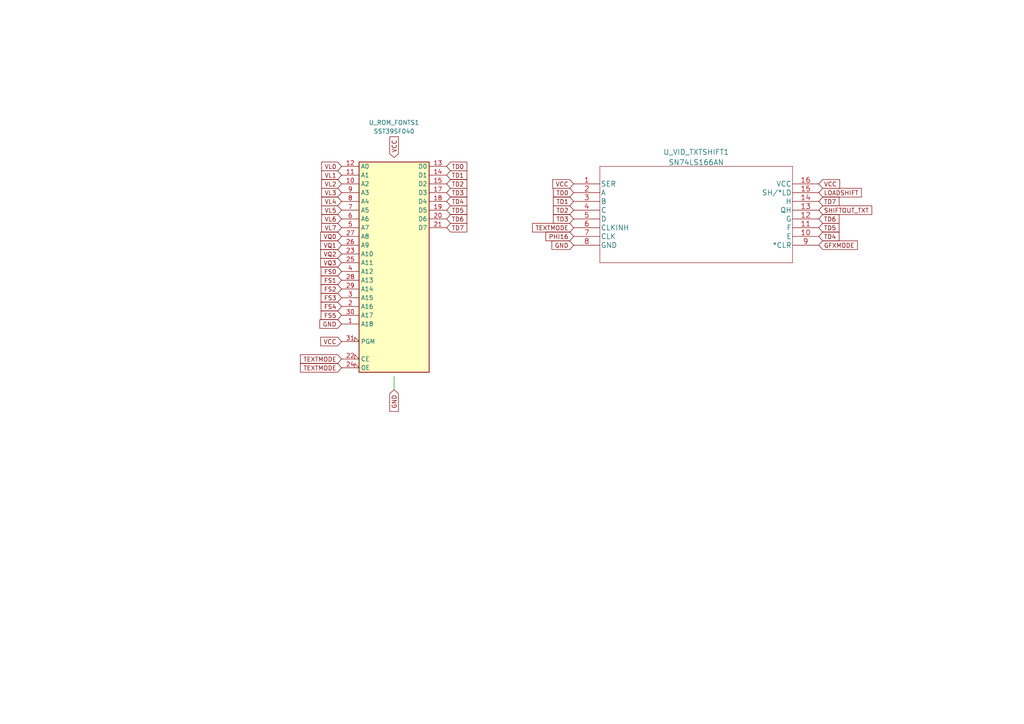
<source format=kicad_sch>
(kicad_sch (version 20211123) (generator eeschema)

  (uuid 87d8d78a-6948-48b0-9ef6-b22490c7dbd8)

  (paper "A4")

  (lib_symbols
    (symbol "74ls166:SN74LS166AN" (pin_names (offset 0.254)) (in_bom yes) (on_board yes)
      (property "Reference" "U31" (id 0) (at 35.56 9.2276 0)
        (effects (font (size 1.524 1.524)))
      )
      (property "Value" "SN74LS166AN" (id 1) (at 35.56 6.2342 0)
        (effects (font (size 1.524 1.524)))
      )
      (property "Footprint" "N16" (id 2) (at 35.56 6.096 0)
        (effects (font (size 1.524 1.524)) hide)
      )
      (property "Datasheet" "" (id 3) (at 0 0 0)
        (effects (font (size 1.524 1.524)))
      )
      (property "ki_locked" "" (id 4) (at 0 0 0)
        (effects (font (size 1.27 1.27)))
      )
      (property "ki_fp_filters" "N16" (id 5) (at 0 0 0)
        (effects (font (size 1.27 1.27)) hide)
      )
      (symbol "SN74LS166AN_1_1"
        (polyline
          (pts
            (xy 7.62 -22.86)
            (xy 63.5 -22.86)
          )
          (stroke (width 0.127) (type default) (color 0 0 0 0))
          (fill (type none))
        )
        (polyline
          (pts
            (xy 7.62 5.08)
            (xy 7.62 -22.86)
          )
          (stroke (width 0.127) (type default) (color 0 0 0 0))
          (fill (type none))
        )
        (polyline
          (pts
            (xy 63.5 -22.86)
            (xy 63.5 5.08)
          )
          (stroke (width 0.127) (type default) (color 0 0 0 0))
          (fill (type none))
        )
        (polyline
          (pts
            (xy 63.5 5.08)
            (xy 7.62 5.08)
          )
          (stroke (width 0.127) (type default) (color 0 0 0 0))
          (fill (type none))
        )
        (pin input line (at 0 0 0) (length 7.62)
          (name "SER" (effects (font (size 1.4986 1.4986))))
          (number "1" (effects (font (size 1.4986 1.4986))))
        )
        (pin input line (at 71.12 -15.24 180) (length 7.62)
          (name "E" (effects (font (size 1.4986 1.4986))))
          (number "10" (effects (font (size 1.4986 1.4986))))
        )
        (pin input line (at 71.12 -12.7 180) (length 7.62)
          (name "F" (effects (font (size 1.4986 1.4986))))
          (number "11" (effects (font (size 1.4986 1.4986))))
        )
        (pin input line (at 71.12 -10.16 180) (length 7.62)
          (name "G" (effects (font (size 1.4986 1.4986))))
          (number "12" (effects (font (size 1.4986 1.4986))))
        )
        (pin output line (at 71.12 -7.62 180) (length 7.62)
          (name "QH" (effects (font (size 1.4986 1.4986))))
          (number "13" (effects (font (size 1.4986 1.4986))))
        )
        (pin input line (at 71.12 -5.08 180) (length 7.62)
          (name "H" (effects (font (size 1.4986 1.4986))))
          (number "14" (effects (font (size 1.4986 1.4986))))
        )
        (pin input line (at 71.12 -2.54 180) (length 7.62)
          (name "SH/*LD" (effects (font (size 1.4986 1.4986))))
          (number "15" (effects (font (size 1.4986 1.4986))))
        )
        (pin power_in line (at 71.12 0 180) (length 7.62)
          (name "VCC" (effects (font (size 1.4986 1.4986))))
          (number "16" (effects (font (size 1.4986 1.4986))))
        )
        (pin input line (at 0 -2.54 0) (length 7.62)
          (name "A" (effects (font (size 1.4986 1.4986))))
          (number "2" (effects (font (size 1.4986 1.4986))))
        )
        (pin input line (at 0 -5.08 0) (length 7.62)
          (name "B" (effects (font (size 1.4986 1.4986))))
          (number "3" (effects (font (size 1.4986 1.4986))))
        )
        (pin input line (at 0 -7.62 0) (length 7.62)
          (name "C" (effects (font (size 1.4986 1.4986))))
          (number "4" (effects (font (size 1.4986 1.4986))))
        )
        (pin input line (at 0 -10.16 0) (length 7.62)
          (name "D" (effects (font (size 1.4986 1.4986))))
          (number "5" (effects (font (size 1.4986 1.4986))))
        )
        (pin input line (at 0 -12.7 0) (length 7.62)
          (name "CLKINH" (effects (font (size 1.4986 1.4986))))
          (number "6" (effects (font (size 1.4986 1.4986))))
        )
        (pin input line (at 0 -15.24 0) (length 7.62)
          (name "CLK" (effects (font (size 1.4986 1.4986))))
          (number "7" (effects (font (size 1.4986 1.4986))))
        )
        (pin power_in line (at 0 -17.78 0) (length 7.62)
          (name "GND" (effects (font (size 1.4986 1.4986))))
          (number "8" (effects (font (size 1.4986 1.4986))))
        )
        (pin input line (at 71.12 -17.78 180) (length 7.62)
          (name "*CLR" (effects (font (size 1.4986 1.4986))))
          (number "9" (effects (font (size 1.4986 1.4986))))
        )
      )
    )
    (symbol "Memory_Flash:SST39SF040" (in_bom yes) (on_board yes)
      (property "Reference" "U" (id 0) (at 2.54 33.02 0)
        (effects (font (size 1.27 1.27)))
      )
      (property "Value" "SST39SF040" (id 1) (at 0 -30.48 0)
        (effects (font (size 1.27 1.27)))
      )
      (property "Footprint" "" (id 2) (at 0 7.62 0)
        (effects (font (size 1.27 1.27)) hide)
      )
      (property "Datasheet" "http://ww1.microchip.com/downloads/en/DeviceDoc/25022B.pdf" (id 3) (at 0 7.62 0)
        (effects (font (size 1.27 1.27)) hide)
      )
      (property "ki_keywords" "512k flash rom" (id 4) (at 0 0 0)
        (effects (font (size 1.27 1.27)) hide)
      )
      (property "ki_description" "Silicon Storage Technology (SSF) 512k x 8 Flash ROM" (id 5) (at 0 0 0)
        (effects (font (size 1.27 1.27)) hide)
      )
      (symbol "SST39SF040_0_0"
        (pin power_in line (at 0 -30.48 90) (length 1.27) hide
          (name "GND" (effects (font (size 1.27 1.27))))
          (number "16" (effects (font (size 1.27 1.27))))
        )
        (pin power_in line (at 0 33.02 270) (length 1.27) hide
          (name "VCC" (effects (font (size 1.27 1.27))))
          (number "32" (effects (font (size 1.27 1.27))))
        )
      )
      (symbol "SST39SF040_0_1"
        (rectangle (start -10.16 31.75) (end 10.16 -29.21)
          (stroke (width 0.254) (type default) (color 0 0 0 0))
          (fill (type background))
        )
      )
      (symbol "SST39SF040_1_1"
        (pin input line (at -15.24 -15.24 0) (length 5.08)
          (name "A18" (effects (font (size 1.27 1.27))))
          (number "1" (effects (font (size 1.27 1.27))))
        )
        (pin input line (at -15.24 25.4 0) (length 5.08)
          (name "A2" (effects (font (size 1.27 1.27))))
          (number "10" (effects (font (size 1.27 1.27))))
        )
        (pin input line (at -15.24 27.94 0) (length 5.08)
          (name "A1" (effects (font (size 1.27 1.27))))
          (number "11" (effects (font (size 1.27 1.27))))
        )
        (pin input line (at -15.24 30.48 0) (length 5.08)
          (name "A0" (effects (font (size 1.27 1.27))))
          (number "12" (effects (font (size 1.27 1.27))))
        )
        (pin tri_state line (at 15.24 30.48 180) (length 5.08)
          (name "D0" (effects (font (size 1.27 1.27))))
          (number "13" (effects (font (size 1.27 1.27))))
        )
        (pin tri_state line (at 15.24 27.94 180) (length 5.08)
          (name "D1" (effects (font (size 1.27 1.27))))
          (number "14" (effects (font (size 1.27 1.27))))
        )
        (pin tri_state line (at 15.24 25.4 180) (length 5.08)
          (name "D2" (effects (font (size 1.27 1.27))))
          (number "15" (effects (font (size 1.27 1.27))))
        )
        (pin tri_state line (at 15.24 22.86 180) (length 5.08)
          (name "D3" (effects (font (size 1.27 1.27))))
          (number "17" (effects (font (size 1.27 1.27))))
        )
        (pin tri_state line (at 15.24 20.32 180) (length 5.08)
          (name "D4" (effects (font (size 1.27 1.27))))
          (number "18" (effects (font (size 1.27 1.27))))
        )
        (pin tri_state line (at 15.24 17.78 180) (length 5.08)
          (name "D5" (effects (font (size 1.27 1.27))))
          (number "19" (effects (font (size 1.27 1.27))))
        )
        (pin input line (at -15.24 -10.16 0) (length 5.08)
          (name "A16" (effects (font (size 1.27 1.27))))
          (number "2" (effects (font (size 1.27 1.27))))
        )
        (pin tri_state line (at 15.24 15.24 180) (length 5.08)
          (name "D6" (effects (font (size 1.27 1.27))))
          (number "20" (effects (font (size 1.27 1.27))))
        )
        (pin tri_state line (at 15.24 12.7 180) (length 5.08)
          (name "D7" (effects (font (size 1.27 1.27))))
          (number "21" (effects (font (size 1.27 1.27))))
        )
        (pin input input_low (at -15.24 -25.4 0) (length 5.08)
          (name "CE" (effects (font (size 1.27 1.27))))
          (number "22" (effects (font (size 1.27 1.27))))
        )
        (pin input line (at -15.24 5.08 0) (length 5.08)
          (name "A10" (effects (font (size 1.27 1.27))))
          (number "23" (effects (font (size 1.27 1.27))))
        )
        (pin input input_low (at -15.24 -27.94 0) (length 5.08)
          (name "OE" (effects (font (size 1.27 1.27))))
          (number "24" (effects (font (size 1.27 1.27))))
        )
        (pin input line (at -15.24 2.54 0) (length 5.08)
          (name "A11" (effects (font (size 1.27 1.27))))
          (number "25" (effects (font (size 1.27 1.27))))
        )
        (pin input line (at -15.24 7.62 0) (length 5.08)
          (name "A9" (effects (font (size 1.27 1.27))))
          (number "26" (effects (font (size 1.27 1.27))))
        )
        (pin input line (at -15.24 10.16 0) (length 5.08)
          (name "A8" (effects (font (size 1.27 1.27))))
          (number "27" (effects (font (size 1.27 1.27))))
        )
        (pin input line (at -15.24 -2.54 0) (length 5.08)
          (name "A13" (effects (font (size 1.27 1.27))))
          (number "28" (effects (font (size 1.27 1.27))))
        )
        (pin input line (at -15.24 -5.08 0) (length 5.08)
          (name "A14" (effects (font (size 1.27 1.27))))
          (number "29" (effects (font (size 1.27 1.27))))
        )
        (pin input line (at -15.24 -7.62 0) (length 5.08)
          (name "A15" (effects (font (size 1.27 1.27))))
          (number "3" (effects (font (size 1.27 1.27))))
        )
        (pin input line (at -15.24 -12.7 0) (length 5.08)
          (name "A17" (effects (font (size 1.27 1.27))))
          (number "30" (effects (font (size 1.27 1.27))))
        )
        (pin input input_low (at -15.24 -20.32 0) (length 5.08)
          (name "PGM" (effects (font (size 1.27 1.27))))
          (number "31" (effects (font (size 1.27 1.27))))
        )
        (pin input line (at -15.24 0 0) (length 5.08)
          (name "A12" (effects (font (size 1.27 1.27))))
          (number "4" (effects (font (size 1.27 1.27))))
        )
        (pin input line (at -15.24 12.7 0) (length 5.08)
          (name "A7" (effects (font (size 1.27 1.27))))
          (number "5" (effects (font (size 1.27 1.27))))
        )
        (pin input line (at -15.24 15.24 0) (length 5.08)
          (name "A6" (effects (font (size 1.27 1.27))))
          (number "6" (effects (font (size 1.27 1.27))))
        )
        (pin input line (at -15.24 17.78 0) (length 5.08)
          (name "A5" (effects (font (size 1.27 1.27))))
          (number "7" (effects (font (size 1.27 1.27))))
        )
        (pin input line (at -15.24 20.32 0) (length 5.08)
          (name "A4" (effects (font (size 1.27 1.27))))
          (number "8" (effects (font (size 1.27 1.27))))
        )
        (pin input line (at -15.24 22.86 0) (length 5.08)
          (name "A3" (effects (font (size 1.27 1.27))))
          (number "9" (effects (font (size 1.27 1.27))))
        )
      )
    )
  )


  (wire (pts (xy 114.3 109.22) (xy 114.3 113.03))
    (stroke (width 0) (type default) (color 0 0 0 0))
    (uuid 6768efcc-585e-49d9-98b5-d5236ad5e6f3)
  )

  (global_label "FS4" (shape input) (at 99.06 88.9 180) (fields_autoplaced)
    (effects (font (size 1.27 1.27)) (justify right))
    (uuid 05083a69-d419-41c4-80f7-e1a878ccd9c1)
    (property "Intersheet References" "${INTERSHEET_REFS}" (id 0) (at 93.1393 88.8206 0)
      (effects (font (size 1.27 1.27)) (justify right) hide)
    )
  )
  (global_label "PHI16" (shape input) (at 166.37 68.58 180) (fields_autoplaced)
    (effects (font (size 1.27 1.27)) (justify right))
    (uuid 0762fb19-bdef-44f4-8c44-c8597f14b684)
    (property "Intersheet References" "${INTERSHEET_REFS}" (id 0) (at 158.3326 68.5006 0)
      (effects (font (size 1.27 1.27)) (justify right) hide)
    )
  )
  (global_label "VL2" (shape input) (at 99.06 53.34 180) (fields_autoplaced)
    (effects (font (size 1.27 1.27)) (justify right))
    (uuid 135d3e2c-da1a-4834-b50a-95e2436bbd8d)
    (property "Intersheet References" "${INTERSHEET_REFS}" (id 0) (at 93.3207 53.4194 0)
      (effects (font (size 1.27 1.27)) (justify right) hide)
    )
  )
  (global_label "TD2" (shape input) (at 166.37 60.96 180) (fields_autoplaced)
    (effects (font (size 1.27 1.27)) (justify right))
    (uuid 1ea8834c-a534-4e47-8721-cc8768a3fd9c)
    (property "Intersheet References" "${INTERSHEET_REFS}" (id 0) (at 160.5098 61.0394 0)
      (effects (font (size 1.27 1.27)) (justify right) hide)
    )
  )
  (global_label "SHIFTOUT_TXT" (shape input) (at 237.49 60.96 0) (fields_autoplaced)
    (effects (font (size 1.27 1.27)) (justify left))
    (uuid 22886c54-c06e-4367-a144-5eb92c06adc4)
    (property "Intersheet References" "${INTERSHEET_REFS}" (id 0) (at 252.845 60.8806 0)
      (effects (font (size 1.27 1.27)) (justify left) hide)
    )
  )
  (global_label "VQ2" (shape input) (at 99.06 73.66 180) (fields_autoplaced)
    (effects (font (size 1.27 1.27)) (justify right))
    (uuid 28729872-cf37-4f56-b166-2b9ed446b4ca)
    (property "Intersheet References" "${INTERSHEET_REFS}" (id 0) (at 93.0183 73.5806 0)
      (effects (font (size 1.27 1.27)) (justify right) hide)
    )
  )
  (global_label "TD7" (shape input) (at 129.54 66.04 0) (fields_autoplaced)
    (effects (font (size 1.27 1.27)) (justify left))
    (uuid 32af4e8f-60ae-4793-a3ed-a0b585e2477c)
    (property "Intersheet References" "${INTERSHEET_REFS}" (id 0) (at 135.4002 65.9606 0)
      (effects (font (size 1.27 1.27)) (justify left) hide)
    )
  )
  (global_label "VL1" (shape input) (at 99.06 50.8 180) (fields_autoplaced)
    (effects (font (size 1.27 1.27)) (justify right))
    (uuid 3c556935-9e5a-4395-8ea1-0a56a876be7e)
    (property "Intersheet References" "${INTERSHEET_REFS}" (id 0) (at 93.3207 50.8794 0)
      (effects (font (size 1.27 1.27)) (justify right) hide)
    )
  )
  (global_label "TD3" (shape input) (at 129.54 55.88 0) (fields_autoplaced)
    (effects (font (size 1.27 1.27)) (justify left))
    (uuid 3f1d745a-4c8c-4270-a6db-d1967d57f8cb)
    (property "Intersheet References" "${INTERSHEET_REFS}" (id 0) (at 135.4002 55.8006 0)
      (effects (font (size 1.27 1.27)) (justify left) hide)
    )
  )
  (global_label "VQ3" (shape input) (at 99.06 76.2 180) (fields_autoplaced)
    (effects (font (size 1.27 1.27)) (justify right))
    (uuid 56acfda5-bd7b-490f-95b1-4193c6734e00)
    (property "Intersheet References" "${INTERSHEET_REFS}" (id 0) (at 93.0183 76.1206 0)
      (effects (font (size 1.27 1.27)) (justify right) hide)
    )
  )
  (global_label "FS3" (shape input) (at 99.06 86.36 180) (fields_autoplaced)
    (effects (font (size 1.27 1.27)) (justify right))
    (uuid 5e74627c-7073-4595-a2fb-6def702ac128)
    (property "Intersheet References" "${INTERSHEET_REFS}" (id 0) (at 93.1393 86.2806 0)
      (effects (font (size 1.27 1.27)) (justify right) hide)
    )
  )
  (global_label "TD6" (shape input) (at 129.54 63.5 0) (fields_autoplaced)
    (effects (font (size 1.27 1.27)) (justify left))
    (uuid 60703378-b08d-4070-90ff-856443ca563e)
    (property "Intersheet References" "${INTERSHEET_REFS}" (id 0) (at 135.4002 63.4206 0)
      (effects (font (size 1.27 1.27)) (justify left) hide)
    )
  )
  (global_label "VL6" (shape input) (at 99.06 63.5 180) (fields_autoplaced)
    (effects (font (size 1.27 1.27)) (justify right))
    (uuid 619d288f-0a6c-4168-bb71-6862242d2276)
    (property "Intersheet References" "${INTERSHEET_REFS}" (id 0) (at 93.3207 63.5794 0)
      (effects (font (size 1.27 1.27)) (justify right) hide)
    )
  )
  (global_label "TD6" (shape input) (at 237.49 63.5 0) (fields_autoplaced)
    (effects (font (size 1.27 1.27)) (justify left))
    (uuid 625befa8-e808-4a22-9891-fe1275ef2f7e)
    (property "Intersheet References" "${INTERSHEET_REFS}" (id 0) (at 243.3502 63.4206 0)
      (effects (font (size 1.27 1.27)) (justify left) hide)
    )
  )
  (global_label "TD1" (shape input) (at 129.54 50.8 0) (fields_autoplaced)
    (effects (font (size 1.27 1.27)) (justify left))
    (uuid 63799057-9e9f-4fd2-90db-712191426f00)
    (property "Intersheet References" "${INTERSHEET_REFS}" (id 0) (at 135.4002 50.7206 0)
      (effects (font (size 1.27 1.27)) (justify left) hide)
    )
  )
  (global_label "GND" (shape input) (at 99.06 93.98 180) (fields_autoplaced)
    (effects (font (size 1.27 1.27)) (justify right))
    (uuid 646c9e55-5935-409d-b96e-9c45e2ef2d95)
    (property "Intersheet References" "${INTERSHEET_REFS}" (id 0) (at 252.73 -133.35 0)
      (effects (font (size 1.27 1.27)) hide)
    )
  )
  (global_label "FS1" (shape input) (at 99.06 81.28 180) (fields_autoplaced)
    (effects (font (size 1.27 1.27)) (justify right))
    (uuid 713af041-21f9-429e-963e-a104381ac5e6)
    (property "Intersheet References" "${INTERSHEET_REFS}" (id 0) (at 93.1393 81.2006 0)
      (effects (font (size 1.27 1.27)) (justify right) hide)
    )
  )
  (global_label "LOADSHIFT" (shape input) (at 237.49 55.88 0) (fields_autoplaced)
    (effects (font (size 1.27 1.27)) (justify left))
    (uuid 71d0866c-705c-4d0d-80e9-200a0fd2e5ca)
    (property "Intersheet References" "${INTERSHEET_REFS}" (id 0) (at 249.8212 55.9594 0)
      (effects (font (size 1.27 1.27)) (justify left) hide)
    )
  )
  (global_label "TD0" (shape input) (at 166.37 55.88 180) (fields_autoplaced)
    (effects (font (size 1.27 1.27)) (justify right))
    (uuid 73cc43bc-bd3b-4408-a8cc-e50dd1ddd244)
    (property "Intersheet References" "${INTERSHEET_REFS}" (id 0) (at 160.5098 55.9594 0)
      (effects (font (size 1.27 1.27)) (justify right) hide)
    )
  )
  (global_label "VL3" (shape input) (at 99.06 55.88 180) (fields_autoplaced)
    (effects (font (size 1.27 1.27)) (justify right))
    (uuid 74c93515-af30-47ae-9036-f6cf5e1e1ce5)
    (property "Intersheet References" "${INTERSHEET_REFS}" (id 0) (at 93.3207 55.9594 0)
      (effects (font (size 1.27 1.27)) (justify right) hide)
    )
  )
  (global_label "VQ1" (shape input) (at 99.06 71.12 180) (fields_autoplaced)
    (effects (font (size 1.27 1.27)) (justify right))
    (uuid 7fb75892-3923-493f-9d9f-bbfb742c11fd)
    (property "Intersheet References" "${INTERSHEET_REFS}" (id 0) (at 93.0183 71.0406 0)
      (effects (font (size 1.27 1.27)) (justify right) hide)
    )
  )
  (global_label "FS0" (shape input) (at 99.06 78.74 180) (fields_autoplaced)
    (effects (font (size 1.27 1.27)) (justify right))
    (uuid 8be60c6f-cf9b-44fb-9cc5-6eadf9799ef9)
    (property "Intersheet References" "${INTERSHEET_REFS}" (id 0) (at 93.1393 78.6606 0)
      (effects (font (size 1.27 1.27)) (justify right) hide)
    )
  )
  (global_label "TEXTMODE" (shape input) (at 99.06 106.68 180) (fields_autoplaced)
    (effects (font (size 1.27 1.27)) (justify right))
    (uuid 939d7fe4-6ced-4741-b4a6-26952c9b321e)
    (property "Intersheet References" "${INTERSHEET_REFS}" (id 0) (at 87.1521 106.7594 0)
      (effects (font (size 1.27 1.27)) (justify right) hide)
    )
  )
  (global_label "TD4" (shape input) (at 237.49 68.58 0) (fields_autoplaced)
    (effects (font (size 1.27 1.27)) (justify left))
    (uuid 949d870a-2c10-400f-83f4-61e257da9db9)
    (property "Intersheet References" "${INTERSHEET_REFS}" (id 0) (at 243.3502 68.5006 0)
      (effects (font (size 1.27 1.27)) (justify left) hide)
    )
  )
  (global_label "VCC" (shape input) (at 166.37 53.34 180) (fields_autoplaced)
    (effects (font (size 1.27 1.27)) (justify right))
    (uuid 94e5dd9b-9563-4eb1-969a-854f061cc44e)
    (property "Intersheet References" "${INTERSHEET_REFS}" (id 0) (at 160.3283 53.4194 0)
      (effects (font (size 1.27 1.27)) (justify right) hide)
    )
  )
  (global_label "VCC" (shape input) (at 237.49 53.34 0) (fields_autoplaced)
    (effects (font (size 1.27 1.27)) (justify left))
    (uuid 98dd4872-59d5-4ead-985f-14e8475d7e9f)
    (property "Intersheet References" "${INTERSHEET_REFS}" (id 0) (at 243.5317 53.2606 0)
      (effects (font (size 1.27 1.27)) (justify left) hide)
    )
  )
  (global_label "VCC" (shape input) (at 114.3 45.72 90) (fields_autoplaced)
    (effects (font (size 1.27 1.27)) (justify left))
    (uuid 98f0a66f-4195-486d-93a1-14fbd77835c2)
    (property "Intersheet References" "${INTERSHEET_REFS}" (id 0) (at 114.2206 39.6783 90)
      (effects (font (size 1.27 1.27)) (justify left) hide)
    )
  )
  (global_label "GND" (shape input) (at 166.37 71.12 180) (fields_autoplaced)
    (effects (font (size 1.27 1.27)) (justify right))
    (uuid a1fa19bb-5245-4ada-8ee6-cd78c2f38ebe)
    (property "Intersheet References" "${INTERSHEET_REFS}" (id 0) (at 160.0864 71.0406 0)
      (effects (font (size 1.27 1.27)) (justify right) hide)
    )
  )
  (global_label "TD5" (shape input) (at 129.54 60.96 0) (fields_autoplaced)
    (effects (font (size 1.27 1.27)) (justify left))
    (uuid a454c0d4-6a97-4343-9ae9-7e556394f089)
    (property "Intersheet References" "${INTERSHEET_REFS}" (id 0) (at 135.4002 60.8806 0)
      (effects (font (size 1.27 1.27)) (justify left) hide)
    )
  )
  (global_label "TD4" (shape input) (at 129.54 58.42 0) (fields_autoplaced)
    (effects (font (size 1.27 1.27)) (justify left))
    (uuid a8aa122a-fbd6-4f11-a931-8e7715936ba0)
    (property "Intersheet References" "${INTERSHEET_REFS}" (id 0) (at 135.4002 58.3406 0)
      (effects (font (size 1.27 1.27)) (justify left) hide)
    )
  )
  (global_label "GND" (shape input) (at 114.3 113.03 270) (fields_autoplaced)
    (effects (font (size 1.27 1.27)) (justify right))
    (uuid ac4a41a4-7e76-4662-9050-e01d42387e50)
    (property "Intersheet References" "${INTERSHEET_REFS}" (id 0) (at -113.03 -40.64 0)
      (effects (font (size 1.27 1.27)) hide)
    )
  )
  (global_label "TEXTMODE" (shape input) (at 99.06 104.14 180) (fields_autoplaced)
    (effects (font (size 1.27 1.27)) (justify right))
    (uuid ac962e73-34ff-447c-add3-2fe0fb6986bd)
    (property "Intersheet References" "${INTERSHEET_REFS}" (id 0) (at 87.1521 104.2194 0)
      (effects (font (size 1.27 1.27)) (justify right) hide)
    )
  )
  (global_label "VL0" (shape input) (at 99.06 48.26 180) (fields_autoplaced)
    (effects (font (size 1.27 1.27)) (justify right))
    (uuid af64a3ec-cd42-4c89-90ba-2c63ce00652d)
    (property "Intersheet References" "${INTERSHEET_REFS}" (id 0) (at 93.3207 48.3394 0)
      (effects (font (size 1.27 1.27)) (justify right) hide)
    )
  )
  (global_label "VL5" (shape input) (at 99.06 60.96 180) (fields_autoplaced)
    (effects (font (size 1.27 1.27)) (justify right))
    (uuid b7268739-6172-4abf-8735-ba686a897858)
    (property "Intersheet References" "${INTERSHEET_REFS}" (id 0) (at 93.3207 61.0394 0)
      (effects (font (size 1.27 1.27)) (justify right) hide)
    )
  )
  (global_label "TD5" (shape input) (at 237.49 66.04 0) (fields_autoplaced)
    (effects (font (size 1.27 1.27)) (justify left))
    (uuid b9c4e36d-c0d9-4cd9-81cc-ec72e11851c1)
    (property "Intersheet References" "${INTERSHEET_REFS}" (id 0) (at 243.3502 65.9606 0)
      (effects (font (size 1.27 1.27)) (justify left) hide)
    )
  )
  (global_label "FS2" (shape input) (at 99.06 83.82 180) (fields_autoplaced)
    (effects (font (size 1.27 1.27)) (justify right))
    (uuid bbc3654f-1b01-4eca-8cc1-4be98b423bfa)
    (property "Intersheet References" "${INTERSHEET_REFS}" (id 0) (at 93.1393 83.7406 0)
      (effects (font (size 1.27 1.27)) (justify right) hide)
    )
  )
  (global_label "TD2" (shape input) (at 129.54 53.34 0) (fields_autoplaced)
    (effects (font (size 1.27 1.27)) (justify left))
    (uuid bd60202e-4fe1-4709-8746-1c08024593ba)
    (property "Intersheet References" "${INTERSHEET_REFS}" (id 0) (at 135.4002 53.2606 0)
      (effects (font (size 1.27 1.27)) (justify left) hide)
    )
  )
  (global_label "GFXMODE" (shape input) (at 237.49 71.12 0) (fields_autoplaced)
    (effects (font (size 1.27 1.27)) (justify left))
    (uuid c009fa41-d58f-4cbf-a83e-0ad5c28e813a)
    (property "Intersheet References" "${INTERSHEET_REFS}" (id 0) (at 248.6721 71.0406 0)
      (effects (font (size 1.27 1.27)) (justify left) hide)
    )
  )
  (global_label "FS5" (shape input) (at 99.06 91.44 180) (fields_autoplaced)
    (effects (font (size 1.27 1.27)) (justify right))
    (uuid c2f03b1b-fb76-40c1-8106-159b4a5670a6)
    (property "Intersheet References" "${INTERSHEET_REFS}" (id 0) (at 93.1393 91.3606 0)
      (effects (font (size 1.27 1.27)) (justify right) hide)
    )
  )
  (global_label "TD7" (shape input) (at 237.49 58.42 0) (fields_autoplaced)
    (effects (font (size 1.27 1.27)) (justify left))
    (uuid d2b05832-2ced-4c69-ad59-abbf1665310f)
    (property "Intersheet References" "${INTERSHEET_REFS}" (id 0) (at 243.3502 58.3406 0)
      (effects (font (size 1.27 1.27)) (justify left) hide)
    )
  )
  (global_label "VCC" (shape input) (at 99.06 99.06 180) (fields_autoplaced)
    (effects (font (size 1.27 1.27)) (justify right))
    (uuid d71ecfc0-dff3-481f-9d7a-da82ae4acc68)
    (property "Intersheet References" "${INTERSHEET_REFS}" (id 0) (at 93.0183 98.9806 0)
      (effects (font (size 1.27 1.27)) (justify right) hide)
    )
  )
  (global_label "TEXTMODE" (shape input) (at 166.37 66.04 180) (fields_autoplaced)
    (effects (font (size 1.27 1.27)) (justify right))
    (uuid d7545d07-dce4-45b7-b275-4c51ed60c66f)
    (property "Intersheet References" "${INTERSHEET_REFS}" (id 0) (at 154.4621 65.9606 0)
      (effects (font (size 1.27 1.27)) (justify right) hide)
    )
  )
  (global_label "TD3" (shape input) (at 166.37 63.5 180) (fields_autoplaced)
    (effects (font (size 1.27 1.27)) (justify right))
    (uuid e30e0b7f-0efd-4151-842a-092097d4dd68)
    (property "Intersheet References" "${INTERSHEET_REFS}" (id 0) (at 160.5098 63.5794 0)
      (effects (font (size 1.27 1.27)) (justify right) hide)
    )
  )
  (global_label "VL7" (shape input) (at 99.06 66.04 180) (fields_autoplaced)
    (effects (font (size 1.27 1.27)) (justify right))
    (uuid e8f1b972-10ef-4834-8816-19a5d45320fc)
    (property "Intersheet References" "${INTERSHEET_REFS}" (id 0) (at 93.3207 66.1194 0)
      (effects (font (size 1.27 1.27)) (justify right) hide)
    )
  )
  (global_label "TD0" (shape input) (at 129.54 48.26 0) (fields_autoplaced)
    (effects (font (size 1.27 1.27)) (justify left))
    (uuid eb840917-1f6b-4b88-b5fd-7e012e4cdc98)
    (property "Intersheet References" "${INTERSHEET_REFS}" (id 0) (at 135.4002 48.1806 0)
      (effects (font (size 1.27 1.27)) (justify left) hide)
    )
  )
  (global_label "VQ0" (shape input) (at 99.06 68.58 180) (fields_autoplaced)
    (effects (font (size 1.27 1.27)) (justify right))
    (uuid ef38b9db-22cf-4faa-9a0f-84e10a1ed2d0)
    (property "Intersheet References" "${INTERSHEET_REFS}" (id 0) (at 93.0183 68.5006 0)
      (effects (font (size 1.27 1.27)) (justify right) hide)
    )
  )
  (global_label "VL4" (shape input) (at 99.06 58.42 180) (fields_autoplaced)
    (effects (font (size 1.27 1.27)) (justify right))
    (uuid f3b3cd9c-4278-456d-bcb7-669928946d9f)
    (property "Intersheet References" "${INTERSHEET_REFS}" (id 0) (at 93.3207 58.4994 0)
      (effects (font (size 1.27 1.27)) (justify right) hide)
    )
  )
  (global_label "TD1" (shape input) (at 166.37 58.42 180) (fields_autoplaced)
    (effects (font (size 1.27 1.27)) (justify right))
    (uuid f5bbef4a-e6d3-49a7-b971-d32fa1084dcc)
    (property "Intersheet References" "${INTERSHEET_REFS}" (id 0) (at 160.5098 58.4994 0)
      (effects (font (size 1.27 1.27)) (justify right) hide)
    )
  )

  (symbol (lib_id "74ls166:SN74LS166AN") (at 166.37 53.34 0) (unit 1)
    (in_bom yes) (on_board yes) (fields_autoplaced)
    (uuid 0cdcc341-2756-43fb-8101-254dc631a531)
    (property "Reference" "U_VID_TXTSHIFT1" (id 0) (at 201.93 44.1124 0)
      (effects (font (size 1.524 1.524)))
    )
    (property "Value" "SN74LS166AN" (id 1) (at 201.93 47.1058 0)
      (effects (font (size 1.524 1.524)))
    )
    (property "Footprint" "Package_DIP:DIP-16_W7.62mm_Socket" (id 2) (at 201.93 47.244 0)
      (effects (font (size 1.524 1.524)) hide)
    )
    (property "Datasheet" "" (id 3) (at 166.37 53.34 0)
      (effects (font (size 1.524 1.524)))
    )
    (pin "1" (uuid e6dc2688-917d-4d33-b3f5-6c593e66f949))
    (pin "10" (uuid a5aa82e1-77e0-4545-9753-df4d4cda51e6))
    (pin "11" (uuid f2b9dec5-1a60-4d4d-9f08-d0ee18b046ed))
    (pin "12" (uuid e2637cb3-064c-4369-a303-a08aef34f4e9))
    (pin "13" (uuid 9223b7dd-44be-446e-a924-fa0816989efe))
    (pin "14" (uuid 79de1bf0-17b7-452f-8794-8949db0c5e5b))
    (pin "15" (uuid 114c90b7-cd5a-4f1a-a5d7-ab16d0317b90))
    (pin "16" (uuid ebc944d7-dd42-4ecb-a47d-b1f2c86cc336))
    (pin "2" (uuid 79292b96-2f05-44d8-a323-786de480a15e))
    (pin "3" (uuid 9ddf54ea-b3e9-4bcd-b217-ccb3d9cde337))
    (pin "4" (uuid b87e7e35-831f-4bc9-98b8-f1c854d9e079))
    (pin "5" (uuid cafde18e-2bec-4baa-9977-d95633a566f6))
    (pin "6" (uuid 54dd5578-576e-4d05-b9e6-bb5b293ba78c))
    (pin "7" (uuid 799ada12-713c-4214-9cad-4f5f14858e5c))
    (pin "8" (uuid 00fef767-46e9-4f87-a63a-bf69ca3f89d4))
    (pin "9" (uuid 412223bb-7bd5-4496-b3e0-450aea504ed6))
  )

  (symbol (lib_id "Memory_Flash:SST39SF040") (at 114.3 78.74 0) (unit 1)
    (in_bom yes) (on_board yes)
    (uuid 9d732814-49e7-4e7d-8058-985e004afd37)
    (property "Reference" "U_ROM_FONTS1" (id 0) (at 114.3 35.56 0))
    (property "Value" "SST39SF040" (id 1) (at 114.3 38.1 0))
    (property "Footprint" "Package_DIP:DIP-32_W15.24mm_Socket" (id 2) (at 114.3 71.12 0)
      (effects (font (size 1.27 1.27)) hide)
    )
    (property "Datasheet" "http://ww1.microchip.com/downloads/en/DeviceDoc/25022B.pdf" (id 3) (at 114.3 71.12 0)
      (effects (font (size 1.27 1.27)) hide)
    )
    (pin "16" (uuid 2cd8b885-3579-42a0-8493-a85e35956811))
    (pin "32" (uuid 79afa056-d2fe-4ece-98e8-d8161684427c))
    (pin "1" (uuid b9cc70e3-a258-4d04-a3f3-08afc4a1b0da))
    (pin "10" (uuid 48ffe334-ab83-429c-80a9-8fc0123cc303))
    (pin "11" (uuid 0c9b809c-d8e4-4f31-bc48-fe5b3e875dff))
    (pin "12" (uuid 1ad9301e-c4ef-46d2-80e9-4f3f0d8c52ec))
    (pin "13" (uuid 9659ce5c-a6d7-4920-9057-315f7f3cdc0c))
    (pin "14" (uuid 16df30af-a691-48fb-a14f-52ffb762ac2f))
    (pin "15" (uuid 77d882f7-b8ff-45d4-9bf7-0203e6fde7d7))
    (pin "17" (uuid 6bf168d4-bcf3-449b-a2c1-28e269f60b7e))
    (pin "18" (uuid 28a51e4a-c281-48ba-9013-b138e5b513ad))
    (pin "19" (uuid 9c8f0632-ee91-4a99-9642-1b6ac45e9db9))
    (pin "2" (uuid 9b9ecd0f-9817-4513-bd68-273abc086364))
    (pin "20" (uuid cc65c094-fef1-46bb-9bba-10177d68a39d))
    (pin "21" (uuid 13772ddc-d626-4454-911f-38f1f1307ac6))
    (pin "22" (uuid f8e8a76a-7a4f-4e50-b35d-2f5ffbe21d49))
    (pin "23" (uuid 6defff29-4d63-47d2-9680-cf0a07f6b737))
    (pin "24" (uuid 05a657a1-d6d1-4ddb-9772-4ed444b42f31))
    (pin "25" (uuid eb5145b4-b07c-46e9-abf0-a55a18f8f880))
    (pin "26" (uuid 1f2b5079-5a5c-458c-98a1-eed1030a1e23))
    (pin "27" (uuid dc39fdbf-7b11-4455-90b3-319341afee83))
    (pin "28" (uuid 325eebdf-0035-4fb0-8305-16336c2baadd))
    (pin "29" (uuid 1dc5a20f-f8a2-485d-95a1-bbb1cc9494b6))
    (pin "3" (uuid 6f270239-bd7d-474e-a9cf-043e39c7821c))
    (pin "30" (uuid a5ab049c-e5ae-4861-9023-8a7ee88f6e5c))
    (pin "31" (uuid fe986764-ac48-494a-a2af-fbc5b7a11583))
    (pin "4" (uuid 5ee49608-8527-4523-b1c8-5a951be170bd))
    (pin "5" (uuid 19ff35a6-3a0b-42e2-aa51-068fd5ab1cb1))
    (pin "6" (uuid f8bee6e4-2c4a-4b25-ab48-1bd416514357))
    (pin "7" (uuid b14464fa-36cc-4cad-aaf5-5e61610c375b))
    (pin "8" (uuid 021bd739-2dba-4c6d-a614-5229a694ca1f))
    (pin "9" (uuid 981143c2-aca0-4607-b3cb-f92aef51f427))
  )
)

</source>
